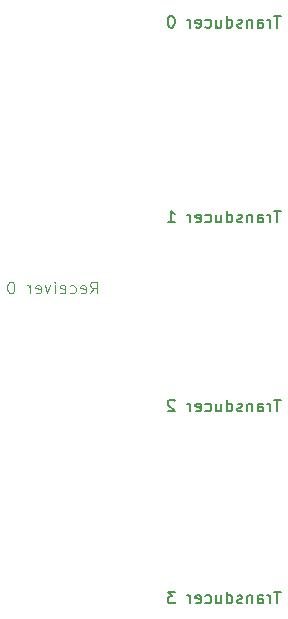
<source format=gbr>
%TF.GenerationSoftware,KiCad,Pcbnew,8.0.0*%
%TF.CreationDate,2024-04-24T16:24:05-05:00*%
%TF.ProjectId,UltrasonicPhasedArrayModule,556c7472-6173-46f6-9e69-635068617365,rev?*%
%TF.SameCoordinates,Original*%
%TF.FileFunction,Legend,Bot*%
%TF.FilePolarity,Positive*%
%FSLAX46Y46*%
G04 Gerber Fmt 4.6, Leading zero omitted, Abs format (unit mm)*
G04 Created by KiCad (PCBNEW 8.0.0) date 2024-04-24 16:24:05*
%MOMM*%
%LPD*%
G01*
G04 APERTURE LIST*
%ADD10C,0.150000*%
%ADD11C,0.100000*%
G04 APERTURE END LIST*
D10*
X169333333Y-84954818D02*
X168761905Y-84954818D01*
X169047619Y-85954818D02*
X169047619Y-84954818D01*
X168428571Y-85954818D02*
X168428571Y-85288151D01*
X168428571Y-85478627D02*
X168380952Y-85383389D01*
X168380952Y-85383389D02*
X168333333Y-85335770D01*
X168333333Y-85335770D02*
X168238095Y-85288151D01*
X168238095Y-85288151D02*
X168142857Y-85288151D01*
X167380952Y-85954818D02*
X167380952Y-85431008D01*
X167380952Y-85431008D02*
X167428571Y-85335770D01*
X167428571Y-85335770D02*
X167523809Y-85288151D01*
X167523809Y-85288151D02*
X167714285Y-85288151D01*
X167714285Y-85288151D02*
X167809523Y-85335770D01*
X167380952Y-85907199D02*
X167476190Y-85954818D01*
X167476190Y-85954818D02*
X167714285Y-85954818D01*
X167714285Y-85954818D02*
X167809523Y-85907199D01*
X167809523Y-85907199D02*
X167857142Y-85811960D01*
X167857142Y-85811960D02*
X167857142Y-85716722D01*
X167857142Y-85716722D02*
X167809523Y-85621484D01*
X167809523Y-85621484D02*
X167714285Y-85573865D01*
X167714285Y-85573865D02*
X167476190Y-85573865D01*
X167476190Y-85573865D02*
X167380952Y-85526246D01*
X166904761Y-85288151D02*
X166904761Y-85954818D01*
X166904761Y-85383389D02*
X166857142Y-85335770D01*
X166857142Y-85335770D02*
X166761904Y-85288151D01*
X166761904Y-85288151D02*
X166619047Y-85288151D01*
X166619047Y-85288151D02*
X166523809Y-85335770D01*
X166523809Y-85335770D02*
X166476190Y-85431008D01*
X166476190Y-85431008D02*
X166476190Y-85954818D01*
X166047618Y-85907199D02*
X165952380Y-85954818D01*
X165952380Y-85954818D02*
X165761904Y-85954818D01*
X165761904Y-85954818D02*
X165666666Y-85907199D01*
X165666666Y-85907199D02*
X165619047Y-85811960D01*
X165619047Y-85811960D02*
X165619047Y-85764341D01*
X165619047Y-85764341D02*
X165666666Y-85669103D01*
X165666666Y-85669103D02*
X165761904Y-85621484D01*
X165761904Y-85621484D02*
X165904761Y-85621484D01*
X165904761Y-85621484D02*
X165999999Y-85573865D01*
X165999999Y-85573865D02*
X166047618Y-85478627D01*
X166047618Y-85478627D02*
X166047618Y-85431008D01*
X166047618Y-85431008D02*
X165999999Y-85335770D01*
X165999999Y-85335770D02*
X165904761Y-85288151D01*
X165904761Y-85288151D02*
X165761904Y-85288151D01*
X165761904Y-85288151D02*
X165666666Y-85335770D01*
X164761904Y-85954818D02*
X164761904Y-84954818D01*
X164761904Y-85907199D02*
X164857142Y-85954818D01*
X164857142Y-85954818D02*
X165047618Y-85954818D01*
X165047618Y-85954818D02*
X165142856Y-85907199D01*
X165142856Y-85907199D02*
X165190475Y-85859579D01*
X165190475Y-85859579D02*
X165238094Y-85764341D01*
X165238094Y-85764341D02*
X165238094Y-85478627D01*
X165238094Y-85478627D02*
X165190475Y-85383389D01*
X165190475Y-85383389D02*
X165142856Y-85335770D01*
X165142856Y-85335770D02*
X165047618Y-85288151D01*
X165047618Y-85288151D02*
X164857142Y-85288151D01*
X164857142Y-85288151D02*
X164761904Y-85335770D01*
X163857142Y-85288151D02*
X163857142Y-85954818D01*
X164285713Y-85288151D02*
X164285713Y-85811960D01*
X164285713Y-85811960D02*
X164238094Y-85907199D01*
X164238094Y-85907199D02*
X164142856Y-85954818D01*
X164142856Y-85954818D02*
X163999999Y-85954818D01*
X163999999Y-85954818D02*
X163904761Y-85907199D01*
X163904761Y-85907199D02*
X163857142Y-85859579D01*
X162952380Y-85907199D02*
X163047618Y-85954818D01*
X163047618Y-85954818D02*
X163238094Y-85954818D01*
X163238094Y-85954818D02*
X163333332Y-85907199D01*
X163333332Y-85907199D02*
X163380951Y-85859579D01*
X163380951Y-85859579D02*
X163428570Y-85764341D01*
X163428570Y-85764341D02*
X163428570Y-85478627D01*
X163428570Y-85478627D02*
X163380951Y-85383389D01*
X163380951Y-85383389D02*
X163333332Y-85335770D01*
X163333332Y-85335770D02*
X163238094Y-85288151D01*
X163238094Y-85288151D02*
X163047618Y-85288151D01*
X163047618Y-85288151D02*
X162952380Y-85335770D01*
X162142856Y-85907199D02*
X162238094Y-85954818D01*
X162238094Y-85954818D02*
X162428570Y-85954818D01*
X162428570Y-85954818D02*
X162523808Y-85907199D01*
X162523808Y-85907199D02*
X162571427Y-85811960D01*
X162571427Y-85811960D02*
X162571427Y-85431008D01*
X162571427Y-85431008D02*
X162523808Y-85335770D01*
X162523808Y-85335770D02*
X162428570Y-85288151D01*
X162428570Y-85288151D02*
X162238094Y-85288151D01*
X162238094Y-85288151D02*
X162142856Y-85335770D01*
X162142856Y-85335770D02*
X162095237Y-85431008D01*
X162095237Y-85431008D02*
X162095237Y-85526246D01*
X162095237Y-85526246D02*
X162571427Y-85621484D01*
X161666665Y-85954818D02*
X161666665Y-85288151D01*
X161666665Y-85478627D02*
X161619046Y-85383389D01*
X161619046Y-85383389D02*
X161571427Y-85335770D01*
X161571427Y-85335770D02*
X161476189Y-85288151D01*
X161476189Y-85288151D02*
X161380951Y-85288151D01*
X160333331Y-85050056D02*
X160285712Y-85002437D01*
X160285712Y-85002437D02*
X160190474Y-84954818D01*
X160190474Y-84954818D02*
X159952379Y-84954818D01*
X159952379Y-84954818D02*
X159857141Y-85002437D01*
X159857141Y-85002437D02*
X159809522Y-85050056D01*
X159809522Y-85050056D02*
X159761903Y-85145294D01*
X159761903Y-85145294D02*
X159761903Y-85240532D01*
X159761903Y-85240532D02*
X159809522Y-85383389D01*
X159809522Y-85383389D02*
X160380950Y-85954818D01*
X160380950Y-85954818D02*
X159761903Y-85954818D01*
X169333333Y-68954819D02*
X168761905Y-68954819D01*
X169047619Y-69954819D02*
X169047619Y-68954819D01*
X168428571Y-69954819D02*
X168428571Y-69288152D01*
X168428571Y-69478628D02*
X168380952Y-69383390D01*
X168380952Y-69383390D02*
X168333333Y-69335771D01*
X168333333Y-69335771D02*
X168238095Y-69288152D01*
X168238095Y-69288152D02*
X168142857Y-69288152D01*
X167380952Y-69954819D02*
X167380952Y-69431009D01*
X167380952Y-69431009D02*
X167428571Y-69335771D01*
X167428571Y-69335771D02*
X167523809Y-69288152D01*
X167523809Y-69288152D02*
X167714285Y-69288152D01*
X167714285Y-69288152D02*
X167809523Y-69335771D01*
X167380952Y-69907200D02*
X167476190Y-69954819D01*
X167476190Y-69954819D02*
X167714285Y-69954819D01*
X167714285Y-69954819D02*
X167809523Y-69907200D01*
X167809523Y-69907200D02*
X167857142Y-69811961D01*
X167857142Y-69811961D02*
X167857142Y-69716723D01*
X167857142Y-69716723D02*
X167809523Y-69621485D01*
X167809523Y-69621485D02*
X167714285Y-69573866D01*
X167714285Y-69573866D02*
X167476190Y-69573866D01*
X167476190Y-69573866D02*
X167380952Y-69526247D01*
X166904761Y-69288152D02*
X166904761Y-69954819D01*
X166904761Y-69383390D02*
X166857142Y-69335771D01*
X166857142Y-69335771D02*
X166761904Y-69288152D01*
X166761904Y-69288152D02*
X166619047Y-69288152D01*
X166619047Y-69288152D02*
X166523809Y-69335771D01*
X166523809Y-69335771D02*
X166476190Y-69431009D01*
X166476190Y-69431009D02*
X166476190Y-69954819D01*
X166047618Y-69907200D02*
X165952380Y-69954819D01*
X165952380Y-69954819D02*
X165761904Y-69954819D01*
X165761904Y-69954819D02*
X165666666Y-69907200D01*
X165666666Y-69907200D02*
X165619047Y-69811961D01*
X165619047Y-69811961D02*
X165619047Y-69764342D01*
X165619047Y-69764342D02*
X165666666Y-69669104D01*
X165666666Y-69669104D02*
X165761904Y-69621485D01*
X165761904Y-69621485D02*
X165904761Y-69621485D01*
X165904761Y-69621485D02*
X165999999Y-69573866D01*
X165999999Y-69573866D02*
X166047618Y-69478628D01*
X166047618Y-69478628D02*
X166047618Y-69431009D01*
X166047618Y-69431009D02*
X165999999Y-69335771D01*
X165999999Y-69335771D02*
X165904761Y-69288152D01*
X165904761Y-69288152D02*
X165761904Y-69288152D01*
X165761904Y-69288152D02*
X165666666Y-69335771D01*
X164761904Y-69954819D02*
X164761904Y-68954819D01*
X164761904Y-69907200D02*
X164857142Y-69954819D01*
X164857142Y-69954819D02*
X165047618Y-69954819D01*
X165047618Y-69954819D02*
X165142856Y-69907200D01*
X165142856Y-69907200D02*
X165190475Y-69859580D01*
X165190475Y-69859580D02*
X165238094Y-69764342D01*
X165238094Y-69764342D02*
X165238094Y-69478628D01*
X165238094Y-69478628D02*
X165190475Y-69383390D01*
X165190475Y-69383390D02*
X165142856Y-69335771D01*
X165142856Y-69335771D02*
X165047618Y-69288152D01*
X165047618Y-69288152D02*
X164857142Y-69288152D01*
X164857142Y-69288152D02*
X164761904Y-69335771D01*
X163857142Y-69288152D02*
X163857142Y-69954819D01*
X164285713Y-69288152D02*
X164285713Y-69811961D01*
X164285713Y-69811961D02*
X164238094Y-69907200D01*
X164238094Y-69907200D02*
X164142856Y-69954819D01*
X164142856Y-69954819D02*
X163999999Y-69954819D01*
X163999999Y-69954819D02*
X163904761Y-69907200D01*
X163904761Y-69907200D02*
X163857142Y-69859580D01*
X162952380Y-69907200D02*
X163047618Y-69954819D01*
X163047618Y-69954819D02*
X163238094Y-69954819D01*
X163238094Y-69954819D02*
X163333332Y-69907200D01*
X163333332Y-69907200D02*
X163380951Y-69859580D01*
X163380951Y-69859580D02*
X163428570Y-69764342D01*
X163428570Y-69764342D02*
X163428570Y-69478628D01*
X163428570Y-69478628D02*
X163380951Y-69383390D01*
X163380951Y-69383390D02*
X163333332Y-69335771D01*
X163333332Y-69335771D02*
X163238094Y-69288152D01*
X163238094Y-69288152D02*
X163047618Y-69288152D01*
X163047618Y-69288152D02*
X162952380Y-69335771D01*
X162142856Y-69907200D02*
X162238094Y-69954819D01*
X162238094Y-69954819D02*
X162428570Y-69954819D01*
X162428570Y-69954819D02*
X162523808Y-69907200D01*
X162523808Y-69907200D02*
X162571427Y-69811961D01*
X162571427Y-69811961D02*
X162571427Y-69431009D01*
X162571427Y-69431009D02*
X162523808Y-69335771D01*
X162523808Y-69335771D02*
X162428570Y-69288152D01*
X162428570Y-69288152D02*
X162238094Y-69288152D01*
X162238094Y-69288152D02*
X162142856Y-69335771D01*
X162142856Y-69335771D02*
X162095237Y-69431009D01*
X162095237Y-69431009D02*
X162095237Y-69526247D01*
X162095237Y-69526247D02*
X162571427Y-69621485D01*
X161666665Y-69954819D02*
X161666665Y-69288152D01*
X161666665Y-69478628D02*
X161619046Y-69383390D01*
X161619046Y-69383390D02*
X161571427Y-69335771D01*
X161571427Y-69335771D02*
X161476189Y-69288152D01*
X161476189Y-69288152D02*
X161380951Y-69288152D01*
X159761903Y-69954819D02*
X160333331Y-69954819D01*
X160047617Y-69954819D02*
X160047617Y-68954819D01*
X160047617Y-68954819D02*
X160142855Y-69097676D01*
X160142855Y-69097676D02*
X160238093Y-69192914D01*
X160238093Y-69192914D02*
X160333331Y-69240533D01*
D11*
X153190476Y-75957419D02*
X153523809Y-75481228D01*
X153761904Y-75957419D02*
X153761904Y-74957419D01*
X153761904Y-74957419D02*
X153380952Y-74957419D01*
X153380952Y-74957419D02*
X153285714Y-75005038D01*
X153285714Y-75005038D02*
X153238095Y-75052657D01*
X153238095Y-75052657D02*
X153190476Y-75147895D01*
X153190476Y-75147895D02*
X153190476Y-75290752D01*
X153190476Y-75290752D02*
X153238095Y-75385990D01*
X153238095Y-75385990D02*
X153285714Y-75433609D01*
X153285714Y-75433609D02*
X153380952Y-75481228D01*
X153380952Y-75481228D02*
X153761904Y-75481228D01*
X152380952Y-75909800D02*
X152476190Y-75957419D01*
X152476190Y-75957419D02*
X152666666Y-75957419D01*
X152666666Y-75957419D02*
X152761904Y-75909800D01*
X152761904Y-75909800D02*
X152809523Y-75814561D01*
X152809523Y-75814561D02*
X152809523Y-75433609D01*
X152809523Y-75433609D02*
X152761904Y-75338371D01*
X152761904Y-75338371D02*
X152666666Y-75290752D01*
X152666666Y-75290752D02*
X152476190Y-75290752D01*
X152476190Y-75290752D02*
X152380952Y-75338371D01*
X152380952Y-75338371D02*
X152333333Y-75433609D01*
X152333333Y-75433609D02*
X152333333Y-75528847D01*
X152333333Y-75528847D02*
X152809523Y-75624085D01*
X151476190Y-75909800D02*
X151571428Y-75957419D01*
X151571428Y-75957419D02*
X151761904Y-75957419D01*
X151761904Y-75957419D02*
X151857142Y-75909800D01*
X151857142Y-75909800D02*
X151904761Y-75862180D01*
X151904761Y-75862180D02*
X151952380Y-75766942D01*
X151952380Y-75766942D02*
X151952380Y-75481228D01*
X151952380Y-75481228D02*
X151904761Y-75385990D01*
X151904761Y-75385990D02*
X151857142Y-75338371D01*
X151857142Y-75338371D02*
X151761904Y-75290752D01*
X151761904Y-75290752D02*
X151571428Y-75290752D01*
X151571428Y-75290752D02*
X151476190Y-75338371D01*
X150666666Y-75909800D02*
X150761904Y-75957419D01*
X150761904Y-75957419D02*
X150952380Y-75957419D01*
X150952380Y-75957419D02*
X151047618Y-75909800D01*
X151047618Y-75909800D02*
X151095237Y-75814561D01*
X151095237Y-75814561D02*
X151095237Y-75433609D01*
X151095237Y-75433609D02*
X151047618Y-75338371D01*
X151047618Y-75338371D02*
X150952380Y-75290752D01*
X150952380Y-75290752D02*
X150761904Y-75290752D01*
X150761904Y-75290752D02*
X150666666Y-75338371D01*
X150666666Y-75338371D02*
X150619047Y-75433609D01*
X150619047Y-75433609D02*
X150619047Y-75528847D01*
X150619047Y-75528847D02*
X151095237Y-75624085D01*
X150190475Y-75957419D02*
X150190475Y-75290752D01*
X150190475Y-74957419D02*
X150238094Y-75005038D01*
X150238094Y-75005038D02*
X150190475Y-75052657D01*
X150190475Y-75052657D02*
X150142856Y-75005038D01*
X150142856Y-75005038D02*
X150190475Y-74957419D01*
X150190475Y-74957419D02*
X150190475Y-75052657D01*
X149809523Y-75290752D02*
X149571428Y-75957419D01*
X149571428Y-75957419D02*
X149333333Y-75290752D01*
X148571428Y-75909800D02*
X148666666Y-75957419D01*
X148666666Y-75957419D02*
X148857142Y-75957419D01*
X148857142Y-75957419D02*
X148952380Y-75909800D01*
X148952380Y-75909800D02*
X148999999Y-75814561D01*
X148999999Y-75814561D02*
X148999999Y-75433609D01*
X148999999Y-75433609D02*
X148952380Y-75338371D01*
X148952380Y-75338371D02*
X148857142Y-75290752D01*
X148857142Y-75290752D02*
X148666666Y-75290752D01*
X148666666Y-75290752D02*
X148571428Y-75338371D01*
X148571428Y-75338371D02*
X148523809Y-75433609D01*
X148523809Y-75433609D02*
X148523809Y-75528847D01*
X148523809Y-75528847D02*
X148999999Y-75624085D01*
X148095237Y-75957419D02*
X148095237Y-75290752D01*
X148095237Y-75481228D02*
X148047618Y-75385990D01*
X148047618Y-75385990D02*
X147999999Y-75338371D01*
X147999999Y-75338371D02*
X147904761Y-75290752D01*
X147904761Y-75290752D02*
X147809523Y-75290752D01*
X146523808Y-74957419D02*
X146428570Y-74957419D01*
X146428570Y-74957419D02*
X146333332Y-75005038D01*
X146333332Y-75005038D02*
X146285713Y-75052657D01*
X146285713Y-75052657D02*
X146238094Y-75147895D01*
X146238094Y-75147895D02*
X146190475Y-75338371D01*
X146190475Y-75338371D02*
X146190475Y-75576466D01*
X146190475Y-75576466D02*
X146238094Y-75766942D01*
X146238094Y-75766942D02*
X146285713Y-75862180D01*
X146285713Y-75862180D02*
X146333332Y-75909800D01*
X146333332Y-75909800D02*
X146428570Y-75957419D01*
X146428570Y-75957419D02*
X146523808Y-75957419D01*
X146523808Y-75957419D02*
X146619046Y-75909800D01*
X146619046Y-75909800D02*
X146666665Y-75862180D01*
X146666665Y-75862180D02*
X146714284Y-75766942D01*
X146714284Y-75766942D02*
X146761903Y-75576466D01*
X146761903Y-75576466D02*
X146761903Y-75338371D01*
X146761903Y-75338371D02*
X146714284Y-75147895D01*
X146714284Y-75147895D02*
X146666665Y-75052657D01*
X146666665Y-75052657D02*
X146619046Y-75005038D01*
X146619046Y-75005038D02*
X146523808Y-74957419D01*
D10*
X169333333Y-52454819D02*
X168761905Y-52454819D01*
X169047619Y-53454819D02*
X169047619Y-52454819D01*
X168428571Y-53454819D02*
X168428571Y-52788152D01*
X168428571Y-52978628D02*
X168380952Y-52883390D01*
X168380952Y-52883390D02*
X168333333Y-52835771D01*
X168333333Y-52835771D02*
X168238095Y-52788152D01*
X168238095Y-52788152D02*
X168142857Y-52788152D01*
X167380952Y-53454819D02*
X167380952Y-52931009D01*
X167380952Y-52931009D02*
X167428571Y-52835771D01*
X167428571Y-52835771D02*
X167523809Y-52788152D01*
X167523809Y-52788152D02*
X167714285Y-52788152D01*
X167714285Y-52788152D02*
X167809523Y-52835771D01*
X167380952Y-53407200D02*
X167476190Y-53454819D01*
X167476190Y-53454819D02*
X167714285Y-53454819D01*
X167714285Y-53454819D02*
X167809523Y-53407200D01*
X167809523Y-53407200D02*
X167857142Y-53311961D01*
X167857142Y-53311961D02*
X167857142Y-53216723D01*
X167857142Y-53216723D02*
X167809523Y-53121485D01*
X167809523Y-53121485D02*
X167714285Y-53073866D01*
X167714285Y-53073866D02*
X167476190Y-53073866D01*
X167476190Y-53073866D02*
X167380952Y-53026247D01*
X166904761Y-52788152D02*
X166904761Y-53454819D01*
X166904761Y-52883390D02*
X166857142Y-52835771D01*
X166857142Y-52835771D02*
X166761904Y-52788152D01*
X166761904Y-52788152D02*
X166619047Y-52788152D01*
X166619047Y-52788152D02*
X166523809Y-52835771D01*
X166523809Y-52835771D02*
X166476190Y-52931009D01*
X166476190Y-52931009D02*
X166476190Y-53454819D01*
X166047618Y-53407200D02*
X165952380Y-53454819D01*
X165952380Y-53454819D02*
X165761904Y-53454819D01*
X165761904Y-53454819D02*
X165666666Y-53407200D01*
X165666666Y-53407200D02*
X165619047Y-53311961D01*
X165619047Y-53311961D02*
X165619047Y-53264342D01*
X165619047Y-53264342D02*
X165666666Y-53169104D01*
X165666666Y-53169104D02*
X165761904Y-53121485D01*
X165761904Y-53121485D02*
X165904761Y-53121485D01*
X165904761Y-53121485D02*
X165999999Y-53073866D01*
X165999999Y-53073866D02*
X166047618Y-52978628D01*
X166047618Y-52978628D02*
X166047618Y-52931009D01*
X166047618Y-52931009D02*
X165999999Y-52835771D01*
X165999999Y-52835771D02*
X165904761Y-52788152D01*
X165904761Y-52788152D02*
X165761904Y-52788152D01*
X165761904Y-52788152D02*
X165666666Y-52835771D01*
X164761904Y-53454819D02*
X164761904Y-52454819D01*
X164761904Y-53407200D02*
X164857142Y-53454819D01*
X164857142Y-53454819D02*
X165047618Y-53454819D01*
X165047618Y-53454819D02*
X165142856Y-53407200D01*
X165142856Y-53407200D02*
X165190475Y-53359580D01*
X165190475Y-53359580D02*
X165238094Y-53264342D01*
X165238094Y-53264342D02*
X165238094Y-52978628D01*
X165238094Y-52978628D02*
X165190475Y-52883390D01*
X165190475Y-52883390D02*
X165142856Y-52835771D01*
X165142856Y-52835771D02*
X165047618Y-52788152D01*
X165047618Y-52788152D02*
X164857142Y-52788152D01*
X164857142Y-52788152D02*
X164761904Y-52835771D01*
X163857142Y-52788152D02*
X163857142Y-53454819D01*
X164285713Y-52788152D02*
X164285713Y-53311961D01*
X164285713Y-53311961D02*
X164238094Y-53407200D01*
X164238094Y-53407200D02*
X164142856Y-53454819D01*
X164142856Y-53454819D02*
X163999999Y-53454819D01*
X163999999Y-53454819D02*
X163904761Y-53407200D01*
X163904761Y-53407200D02*
X163857142Y-53359580D01*
X162952380Y-53407200D02*
X163047618Y-53454819D01*
X163047618Y-53454819D02*
X163238094Y-53454819D01*
X163238094Y-53454819D02*
X163333332Y-53407200D01*
X163333332Y-53407200D02*
X163380951Y-53359580D01*
X163380951Y-53359580D02*
X163428570Y-53264342D01*
X163428570Y-53264342D02*
X163428570Y-52978628D01*
X163428570Y-52978628D02*
X163380951Y-52883390D01*
X163380951Y-52883390D02*
X163333332Y-52835771D01*
X163333332Y-52835771D02*
X163238094Y-52788152D01*
X163238094Y-52788152D02*
X163047618Y-52788152D01*
X163047618Y-52788152D02*
X162952380Y-52835771D01*
X162142856Y-53407200D02*
X162238094Y-53454819D01*
X162238094Y-53454819D02*
X162428570Y-53454819D01*
X162428570Y-53454819D02*
X162523808Y-53407200D01*
X162523808Y-53407200D02*
X162571427Y-53311961D01*
X162571427Y-53311961D02*
X162571427Y-52931009D01*
X162571427Y-52931009D02*
X162523808Y-52835771D01*
X162523808Y-52835771D02*
X162428570Y-52788152D01*
X162428570Y-52788152D02*
X162238094Y-52788152D01*
X162238094Y-52788152D02*
X162142856Y-52835771D01*
X162142856Y-52835771D02*
X162095237Y-52931009D01*
X162095237Y-52931009D02*
X162095237Y-53026247D01*
X162095237Y-53026247D02*
X162571427Y-53121485D01*
X161666665Y-53454819D02*
X161666665Y-52788152D01*
X161666665Y-52978628D02*
X161619046Y-52883390D01*
X161619046Y-52883390D02*
X161571427Y-52835771D01*
X161571427Y-52835771D02*
X161476189Y-52788152D01*
X161476189Y-52788152D02*
X161380951Y-52788152D01*
X160095236Y-52454819D02*
X159999998Y-52454819D01*
X159999998Y-52454819D02*
X159904760Y-52502438D01*
X159904760Y-52502438D02*
X159857141Y-52550057D01*
X159857141Y-52550057D02*
X159809522Y-52645295D01*
X159809522Y-52645295D02*
X159761903Y-52835771D01*
X159761903Y-52835771D02*
X159761903Y-53073866D01*
X159761903Y-53073866D02*
X159809522Y-53264342D01*
X159809522Y-53264342D02*
X159857141Y-53359580D01*
X159857141Y-53359580D02*
X159904760Y-53407200D01*
X159904760Y-53407200D02*
X159999998Y-53454819D01*
X159999998Y-53454819D02*
X160095236Y-53454819D01*
X160095236Y-53454819D02*
X160190474Y-53407200D01*
X160190474Y-53407200D02*
X160238093Y-53359580D01*
X160238093Y-53359580D02*
X160285712Y-53264342D01*
X160285712Y-53264342D02*
X160333331Y-53073866D01*
X160333331Y-53073866D02*
X160333331Y-52835771D01*
X160333331Y-52835771D02*
X160285712Y-52645295D01*
X160285712Y-52645295D02*
X160238093Y-52550057D01*
X160238093Y-52550057D02*
X160190474Y-52502438D01*
X160190474Y-52502438D02*
X160095236Y-52454819D01*
X169333332Y-101204818D02*
X168761904Y-101204818D01*
X169047618Y-102204818D02*
X169047618Y-101204818D01*
X168428570Y-102204818D02*
X168428570Y-101538151D01*
X168428570Y-101728627D02*
X168380951Y-101633389D01*
X168380951Y-101633389D02*
X168333332Y-101585770D01*
X168333332Y-101585770D02*
X168238094Y-101538151D01*
X168238094Y-101538151D02*
X168142856Y-101538151D01*
X167380951Y-102204818D02*
X167380951Y-101681008D01*
X167380951Y-101681008D02*
X167428570Y-101585770D01*
X167428570Y-101585770D02*
X167523808Y-101538151D01*
X167523808Y-101538151D02*
X167714284Y-101538151D01*
X167714284Y-101538151D02*
X167809522Y-101585770D01*
X167380951Y-102157199D02*
X167476189Y-102204818D01*
X167476189Y-102204818D02*
X167714284Y-102204818D01*
X167714284Y-102204818D02*
X167809522Y-102157199D01*
X167809522Y-102157199D02*
X167857141Y-102061960D01*
X167857141Y-102061960D02*
X167857141Y-101966722D01*
X167857141Y-101966722D02*
X167809522Y-101871484D01*
X167809522Y-101871484D02*
X167714284Y-101823865D01*
X167714284Y-101823865D02*
X167476189Y-101823865D01*
X167476189Y-101823865D02*
X167380951Y-101776246D01*
X166904760Y-101538151D02*
X166904760Y-102204818D01*
X166904760Y-101633389D02*
X166857141Y-101585770D01*
X166857141Y-101585770D02*
X166761903Y-101538151D01*
X166761903Y-101538151D02*
X166619046Y-101538151D01*
X166619046Y-101538151D02*
X166523808Y-101585770D01*
X166523808Y-101585770D02*
X166476189Y-101681008D01*
X166476189Y-101681008D02*
X166476189Y-102204818D01*
X166047617Y-102157199D02*
X165952379Y-102204818D01*
X165952379Y-102204818D02*
X165761903Y-102204818D01*
X165761903Y-102204818D02*
X165666665Y-102157199D01*
X165666665Y-102157199D02*
X165619046Y-102061960D01*
X165619046Y-102061960D02*
X165619046Y-102014341D01*
X165619046Y-102014341D02*
X165666665Y-101919103D01*
X165666665Y-101919103D02*
X165761903Y-101871484D01*
X165761903Y-101871484D02*
X165904760Y-101871484D01*
X165904760Y-101871484D02*
X165999998Y-101823865D01*
X165999998Y-101823865D02*
X166047617Y-101728627D01*
X166047617Y-101728627D02*
X166047617Y-101681008D01*
X166047617Y-101681008D02*
X165999998Y-101585770D01*
X165999998Y-101585770D02*
X165904760Y-101538151D01*
X165904760Y-101538151D02*
X165761903Y-101538151D01*
X165761903Y-101538151D02*
X165666665Y-101585770D01*
X164761903Y-102204818D02*
X164761903Y-101204818D01*
X164761903Y-102157199D02*
X164857141Y-102204818D01*
X164857141Y-102204818D02*
X165047617Y-102204818D01*
X165047617Y-102204818D02*
X165142855Y-102157199D01*
X165142855Y-102157199D02*
X165190474Y-102109579D01*
X165190474Y-102109579D02*
X165238093Y-102014341D01*
X165238093Y-102014341D02*
X165238093Y-101728627D01*
X165238093Y-101728627D02*
X165190474Y-101633389D01*
X165190474Y-101633389D02*
X165142855Y-101585770D01*
X165142855Y-101585770D02*
X165047617Y-101538151D01*
X165047617Y-101538151D02*
X164857141Y-101538151D01*
X164857141Y-101538151D02*
X164761903Y-101585770D01*
X163857141Y-101538151D02*
X163857141Y-102204818D01*
X164285712Y-101538151D02*
X164285712Y-102061960D01*
X164285712Y-102061960D02*
X164238093Y-102157199D01*
X164238093Y-102157199D02*
X164142855Y-102204818D01*
X164142855Y-102204818D02*
X163999998Y-102204818D01*
X163999998Y-102204818D02*
X163904760Y-102157199D01*
X163904760Y-102157199D02*
X163857141Y-102109579D01*
X162952379Y-102157199D02*
X163047617Y-102204818D01*
X163047617Y-102204818D02*
X163238093Y-102204818D01*
X163238093Y-102204818D02*
X163333331Y-102157199D01*
X163333331Y-102157199D02*
X163380950Y-102109579D01*
X163380950Y-102109579D02*
X163428569Y-102014341D01*
X163428569Y-102014341D02*
X163428569Y-101728627D01*
X163428569Y-101728627D02*
X163380950Y-101633389D01*
X163380950Y-101633389D02*
X163333331Y-101585770D01*
X163333331Y-101585770D02*
X163238093Y-101538151D01*
X163238093Y-101538151D02*
X163047617Y-101538151D01*
X163047617Y-101538151D02*
X162952379Y-101585770D01*
X162142855Y-102157199D02*
X162238093Y-102204818D01*
X162238093Y-102204818D02*
X162428569Y-102204818D01*
X162428569Y-102204818D02*
X162523807Y-102157199D01*
X162523807Y-102157199D02*
X162571426Y-102061960D01*
X162571426Y-102061960D02*
X162571426Y-101681008D01*
X162571426Y-101681008D02*
X162523807Y-101585770D01*
X162523807Y-101585770D02*
X162428569Y-101538151D01*
X162428569Y-101538151D02*
X162238093Y-101538151D01*
X162238093Y-101538151D02*
X162142855Y-101585770D01*
X162142855Y-101585770D02*
X162095236Y-101681008D01*
X162095236Y-101681008D02*
X162095236Y-101776246D01*
X162095236Y-101776246D02*
X162571426Y-101871484D01*
X161666664Y-102204818D02*
X161666664Y-101538151D01*
X161666664Y-101728627D02*
X161619045Y-101633389D01*
X161619045Y-101633389D02*
X161571426Y-101585770D01*
X161571426Y-101585770D02*
X161476188Y-101538151D01*
X161476188Y-101538151D02*
X161380950Y-101538151D01*
X160380949Y-101204818D02*
X159761902Y-101204818D01*
X159761902Y-101204818D02*
X160095235Y-101585770D01*
X160095235Y-101585770D02*
X159952378Y-101585770D01*
X159952378Y-101585770D02*
X159857140Y-101633389D01*
X159857140Y-101633389D02*
X159809521Y-101681008D01*
X159809521Y-101681008D02*
X159761902Y-101776246D01*
X159761902Y-101776246D02*
X159761902Y-102014341D01*
X159761902Y-102014341D02*
X159809521Y-102109579D01*
X159809521Y-102109579D02*
X159857140Y-102157199D01*
X159857140Y-102157199D02*
X159952378Y-102204818D01*
X159952378Y-102204818D02*
X160238092Y-102204818D01*
X160238092Y-102204818D02*
X160333330Y-102157199D01*
X160333330Y-102157199D02*
X160380949Y-102109579D01*
M02*

</source>
